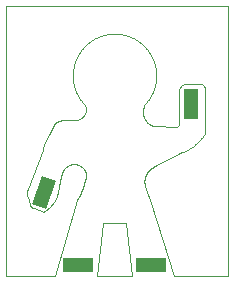
<source format=gtp>
G75*
%MOIN*%
%OFA0B0*%
%FSLAX25Y25*%
%IPPOS*%
%LPD*%
%AMOC8*
5,1,8,0,0,1.08239X$1,22.5*
%
%ADD10C,0.00000*%
%ADD11R,0.05000X0.10000*%
%ADD12R,0.10000X0.05000*%
D10*
X0026000Y0086000D02*
X0026000Y0176000D01*
X0100000Y0176000D01*
X0100000Y0086000D01*
X0082000Y0086000D01*
X0074400Y0110500D01*
X0072900Y0115000D01*
X0072901Y0115000D02*
X0072836Y0115130D01*
X0072774Y0115261D01*
X0072717Y0115394D01*
X0072662Y0115529D01*
X0072612Y0115664D01*
X0072565Y0115802D01*
X0072521Y0115940D01*
X0072482Y0116079D01*
X0072446Y0116220D01*
X0072413Y0116361D01*
X0072385Y0116503D01*
X0072360Y0116646D01*
X0072340Y0116790D01*
X0072323Y0116934D01*
X0072309Y0117078D01*
X0072300Y0117223D01*
X0072295Y0117368D01*
X0072293Y0117513D01*
X0072295Y0117658D01*
X0072301Y0117802D01*
X0072311Y0117947D01*
X0072325Y0118091D01*
X0072343Y0118235D01*
X0072364Y0118379D01*
X0072390Y0118522D01*
X0072419Y0118664D01*
X0072452Y0118805D01*
X0072488Y0118945D01*
X0072529Y0119084D01*
X0072573Y0119222D01*
X0072620Y0119359D01*
X0072672Y0119495D01*
X0072726Y0119629D01*
X0072785Y0119762D01*
X0072847Y0119893D01*
X0072912Y0120022D01*
X0072981Y0120150D01*
X0073053Y0120276D01*
X0073129Y0120399D01*
X0073208Y0120521D01*
X0073290Y0120641D01*
X0073375Y0120758D01*
X0073463Y0120873D01*
X0073555Y0120986D01*
X0073649Y0121096D01*
X0073746Y0121203D01*
X0073846Y0121308D01*
X0073949Y0121411D01*
X0074054Y0121510D01*
X0074162Y0121607D01*
X0074273Y0121701D01*
X0074386Y0121791D01*
X0074501Y0121879D01*
X0074619Y0121964D01*
X0074739Y0122045D01*
X0074861Y0122123D01*
X0074985Y0122198D01*
X0075111Y0122270D01*
X0075239Y0122338D01*
X0075239Y0122339D02*
X0084966Y0127339D01*
X0082776Y0135728D02*
X0075900Y0136000D01*
X0075767Y0136016D01*
X0075634Y0136037D01*
X0075502Y0136062D01*
X0075371Y0136090D01*
X0075241Y0136123D01*
X0075112Y0136159D01*
X0074984Y0136199D01*
X0074857Y0136243D01*
X0074731Y0136291D01*
X0074607Y0136342D01*
X0074485Y0136397D01*
X0074364Y0136455D01*
X0074245Y0136518D01*
X0074128Y0136583D01*
X0074013Y0136652D01*
X0073900Y0136725D01*
X0073789Y0136800D01*
X0073681Y0136879D01*
X0073575Y0136961D01*
X0073471Y0137047D01*
X0073370Y0137135D01*
X0073272Y0137226D01*
X0073176Y0137320D01*
X0073083Y0137417D01*
X0072993Y0137517D01*
X0072907Y0137619D01*
X0072823Y0137724D01*
X0072742Y0137831D01*
X0072665Y0137941D01*
X0072590Y0138053D01*
X0072519Y0138167D01*
X0072452Y0138283D01*
X0072388Y0138401D01*
X0072328Y0138520D01*
X0072271Y0138642D01*
X0072218Y0138765D01*
X0072168Y0138890D01*
X0072122Y0139016D01*
X0072080Y0139143D01*
X0072042Y0139272D01*
X0072007Y0139402D01*
X0071977Y0139532D01*
X0071950Y0139664D01*
X0071927Y0139796D01*
X0071908Y0139929D01*
X0071893Y0140062D01*
X0071882Y0140196D01*
X0071875Y0140330D01*
X0071872Y0140464D01*
X0071873Y0140598D01*
X0071878Y0140733D01*
X0071887Y0140866D01*
X0071900Y0141000D01*
X0072160Y0143055D01*
X0084966Y0127338D02*
X0085328Y0127490D01*
X0085685Y0127651D01*
X0086039Y0127821D01*
X0086388Y0128000D01*
X0086733Y0128187D01*
X0087073Y0128382D01*
X0087409Y0128585D01*
X0087739Y0128797D01*
X0088064Y0129017D01*
X0088384Y0129244D01*
X0088698Y0129480D01*
X0089006Y0129722D01*
X0089308Y0129973D01*
X0089603Y0130230D01*
X0089893Y0130495D01*
X0090176Y0130767D01*
X0090452Y0131046D01*
X0090721Y0131331D01*
X0090983Y0131623D01*
X0091238Y0131921D01*
X0091486Y0132225D01*
X0091726Y0132535D01*
X0091959Y0132851D01*
X0092183Y0133172D01*
X0092400Y0133499D01*
X0092400Y0133500D02*
X0092400Y0148800D01*
X0091567Y0150000D02*
X0085914Y0150000D01*
X0085826Y0149998D01*
X0085739Y0149992D01*
X0085652Y0149983D01*
X0085565Y0149969D01*
X0085479Y0149952D01*
X0085394Y0149931D01*
X0085310Y0149907D01*
X0085227Y0149878D01*
X0085145Y0149846D01*
X0085065Y0149811D01*
X0084987Y0149772D01*
X0084910Y0149730D01*
X0084835Y0149684D01*
X0084762Y0149635D01*
X0084692Y0149583D01*
X0084624Y0149528D01*
X0084558Y0149470D01*
X0084495Y0149409D01*
X0084434Y0149346D01*
X0084377Y0149280D01*
X0084322Y0149211D01*
X0084271Y0149140D01*
X0084222Y0149067D01*
X0084177Y0148992D01*
X0084135Y0148915D01*
X0084097Y0148836D01*
X0084062Y0148756D01*
X0084031Y0148674D01*
X0084003Y0148591D01*
X0083979Y0148506D01*
X0083959Y0148421D01*
X0083942Y0148335D01*
X0083929Y0148248D01*
X0083920Y0148161D01*
X0083915Y0148073D01*
X0083914Y0147986D01*
X0083971Y0139000D01*
X0083739Y0136379D01*
X0083707Y0136319D01*
X0083672Y0136262D01*
X0083633Y0136206D01*
X0083592Y0136153D01*
X0083547Y0136102D01*
X0083500Y0136054D01*
X0083450Y0136009D01*
X0083397Y0135966D01*
X0083343Y0135927D01*
X0083286Y0135891D01*
X0083227Y0135858D01*
X0083166Y0135828D01*
X0083104Y0135802D01*
X0083040Y0135780D01*
X0082975Y0135761D01*
X0082909Y0135746D01*
X0082843Y0135735D01*
X0082776Y0135728D01*
X0092400Y0148800D02*
X0092372Y0148889D01*
X0092340Y0148976D01*
X0092305Y0149062D01*
X0092267Y0149147D01*
X0092225Y0149230D01*
X0092180Y0149311D01*
X0092132Y0149390D01*
X0092080Y0149468D01*
X0092026Y0149543D01*
X0091968Y0149616D01*
X0091908Y0149686D01*
X0091845Y0149755D01*
X0091779Y0149820D01*
X0091711Y0149883D01*
X0091640Y0149943D01*
X0091566Y0150000D01*
X0072159Y0143056D02*
X0072397Y0143299D01*
X0072628Y0143548D01*
X0072853Y0143802D01*
X0073072Y0144062D01*
X0073285Y0144328D01*
X0073491Y0144598D01*
X0073690Y0144873D01*
X0073882Y0145153D01*
X0074068Y0145438D01*
X0074247Y0145727D01*
X0074418Y0146020D01*
X0074582Y0146318D01*
X0074739Y0146619D01*
X0074889Y0146924D01*
X0075031Y0147233D01*
X0075166Y0147545D01*
X0075292Y0147861D01*
X0075412Y0148179D01*
X0075523Y0148500D01*
X0075626Y0148824D01*
X0075722Y0149150D01*
X0075809Y0149478D01*
X0075889Y0149809D01*
X0075960Y0150141D01*
X0076023Y0150475D01*
X0076079Y0150810D01*
X0076125Y0151147D01*
X0076164Y0151484D01*
X0076194Y0151823D01*
X0076217Y0152162D01*
X0076230Y0152502D01*
X0076236Y0152841D01*
X0076233Y0153181D01*
X0076222Y0153521D01*
X0076203Y0153860D01*
X0076175Y0154199D01*
X0076139Y0154537D01*
X0076095Y0154874D01*
X0076043Y0155210D01*
X0075982Y0155544D01*
X0075914Y0155877D01*
X0075837Y0156208D01*
X0075752Y0156537D01*
X0075659Y0156864D01*
X0075558Y0157188D01*
X0075450Y0157510D01*
X0075333Y0157830D01*
X0075209Y0158146D01*
X0075077Y0158459D01*
X0074937Y0158769D01*
X0074790Y0159075D01*
X0074636Y0159378D01*
X0074474Y0159677D01*
X0074305Y0159972D01*
X0074128Y0160262D01*
X0073945Y0160548D01*
X0073755Y0160830D01*
X0073558Y0161107D01*
X0073354Y0161379D01*
X0073144Y0161646D01*
X0072927Y0161907D01*
X0072704Y0162164D01*
X0072474Y0162415D01*
X0072239Y0162660D01*
X0071998Y0162899D01*
X0071751Y0163132D01*
X0071498Y0163360D01*
X0071240Y0163581D01*
X0070976Y0163795D01*
X0070708Y0164004D01*
X0070434Y0164205D01*
X0070156Y0164400D01*
X0069872Y0164588D01*
X0069585Y0164769D01*
X0069293Y0164943D01*
X0068997Y0165109D01*
X0068697Y0165269D01*
X0068393Y0165421D01*
X0068085Y0165566D01*
X0067774Y0165703D01*
X0067460Y0165832D01*
X0067143Y0165954D01*
X0066822Y0166068D01*
X0066500Y0166174D01*
X0066174Y0166272D01*
X0065846Y0166362D01*
X0065517Y0166444D01*
X0065185Y0166518D01*
X0064852Y0166584D01*
X0064517Y0166642D01*
X0064181Y0166692D01*
X0063843Y0166733D01*
X0063505Y0166766D01*
X0063166Y0166791D01*
X0062827Y0166808D01*
X0062487Y0166816D01*
X0062147Y0166816D01*
X0061807Y0166808D01*
X0061468Y0166791D01*
X0061129Y0166766D01*
X0060791Y0166733D01*
X0060453Y0166692D01*
X0060117Y0166642D01*
X0059782Y0166584D01*
X0059449Y0166518D01*
X0059117Y0166444D01*
X0058788Y0166362D01*
X0058460Y0166272D01*
X0058134Y0166174D01*
X0057812Y0166068D01*
X0057491Y0165954D01*
X0057174Y0165832D01*
X0056860Y0165703D01*
X0056549Y0165566D01*
X0056241Y0165421D01*
X0055937Y0165269D01*
X0055637Y0165109D01*
X0055341Y0164943D01*
X0055049Y0164769D01*
X0054762Y0164588D01*
X0054478Y0164400D01*
X0054200Y0164205D01*
X0053926Y0164004D01*
X0053658Y0163795D01*
X0053394Y0163581D01*
X0053136Y0163360D01*
X0052883Y0163132D01*
X0052636Y0162899D01*
X0052395Y0162660D01*
X0052160Y0162415D01*
X0051930Y0162164D01*
X0051707Y0161907D01*
X0051490Y0161646D01*
X0051280Y0161379D01*
X0051076Y0161107D01*
X0050879Y0160830D01*
X0050689Y0160548D01*
X0050506Y0160262D01*
X0050329Y0159972D01*
X0050160Y0159677D01*
X0049998Y0159378D01*
X0049844Y0159075D01*
X0049697Y0158769D01*
X0049557Y0158459D01*
X0049425Y0158146D01*
X0049301Y0157830D01*
X0049184Y0157510D01*
X0049076Y0157188D01*
X0048975Y0156864D01*
X0048882Y0156537D01*
X0048797Y0156208D01*
X0048720Y0155877D01*
X0048652Y0155544D01*
X0048591Y0155210D01*
X0048539Y0154874D01*
X0048495Y0154537D01*
X0048459Y0154199D01*
X0048431Y0153860D01*
X0048412Y0153521D01*
X0048401Y0153181D01*
X0048398Y0152841D01*
X0048404Y0152502D01*
X0048417Y0152162D01*
X0048440Y0151823D01*
X0048470Y0151484D01*
X0048509Y0151147D01*
X0048555Y0150810D01*
X0048611Y0150475D01*
X0048674Y0150141D01*
X0048745Y0149809D01*
X0048825Y0149478D01*
X0048912Y0149150D01*
X0049008Y0148824D01*
X0049111Y0148500D01*
X0049222Y0148179D01*
X0049342Y0147861D01*
X0049468Y0147545D01*
X0049603Y0147233D01*
X0049745Y0146924D01*
X0049895Y0146619D01*
X0050052Y0146318D01*
X0050216Y0146020D01*
X0050387Y0145727D01*
X0050566Y0145438D01*
X0050752Y0145153D01*
X0050944Y0144873D01*
X0051143Y0144598D01*
X0051349Y0144328D01*
X0051562Y0144062D01*
X0051781Y0143802D01*
X0052006Y0143548D01*
X0052237Y0143299D01*
X0052475Y0143056D01*
X0052475Y0143055D02*
X0052900Y0142000D01*
X0052898Y0141874D01*
X0052892Y0141749D01*
X0052882Y0141624D01*
X0052868Y0141499D01*
X0052851Y0141374D01*
X0052829Y0141250D01*
X0052804Y0141127D01*
X0052774Y0141005D01*
X0052741Y0140884D01*
X0052704Y0140764D01*
X0052664Y0140645D01*
X0052619Y0140528D01*
X0052571Y0140411D01*
X0052519Y0140297D01*
X0052464Y0140184D01*
X0052405Y0140073D01*
X0052343Y0139964D01*
X0052277Y0139857D01*
X0052208Y0139752D01*
X0052136Y0139649D01*
X0052061Y0139548D01*
X0051982Y0139450D01*
X0051900Y0139355D01*
X0051816Y0139262D01*
X0051728Y0139172D01*
X0051638Y0139084D01*
X0051545Y0139000D01*
X0051450Y0138918D01*
X0051352Y0138839D01*
X0051251Y0138764D01*
X0051148Y0138692D01*
X0051043Y0138623D01*
X0050936Y0138557D01*
X0050827Y0138495D01*
X0050716Y0138436D01*
X0050603Y0138381D01*
X0050489Y0138329D01*
X0050372Y0138281D01*
X0050255Y0138236D01*
X0050136Y0138196D01*
X0050016Y0138159D01*
X0049895Y0138126D01*
X0049773Y0138096D01*
X0049650Y0138071D01*
X0049526Y0138049D01*
X0049401Y0138032D01*
X0049276Y0138018D01*
X0049151Y0138008D01*
X0049026Y0138002D01*
X0048900Y0138000D01*
X0046023Y0138000D01*
X0042001Y0136521D02*
X0040363Y0133075D01*
X0042001Y0136520D02*
X0042098Y0136620D01*
X0042198Y0136716D01*
X0042300Y0136809D01*
X0042406Y0136900D01*
X0042513Y0136987D01*
X0042623Y0137072D01*
X0042736Y0137153D01*
X0042851Y0137231D01*
X0042968Y0137305D01*
X0043087Y0137376D01*
X0043208Y0137444D01*
X0043331Y0137508D01*
X0043455Y0137569D01*
X0043582Y0137626D01*
X0043710Y0137680D01*
X0043839Y0137729D01*
X0043970Y0137775D01*
X0044102Y0137818D01*
X0044236Y0137856D01*
X0044370Y0137891D01*
X0044505Y0137922D01*
X0044641Y0137948D01*
X0044778Y0137971D01*
X0044915Y0137990D01*
X0045053Y0138005D01*
X0045192Y0138017D01*
X0045330Y0138024D01*
X0045469Y0138027D01*
X0045607Y0138026D01*
X0045746Y0138021D01*
X0045884Y0138012D01*
X0046023Y0138000D01*
X0038426Y0128242D02*
X0033400Y0114929D01*
X0038674Y0107522D02*
X0038879Y0107640D01*
X0039081Y0107762D01*
X0039280Y0107890D01*
X0039477Y0108022D01*
X0039669Y0108159D01*
X0039859Y0108300D01*
X0040045Y0108446D01*
X0040227Y0108597D01*
X0040406Y0108751D01*
X0040581Y0108910D01*
X0040752Y0109074D01*
X0040919Y0109241D01*
X0041082Y0109412D01*
X0041241Y0109587D01*
X0041396Y0109766D01*
X0041546Y0109949D01*
X0041692Y0110135D01*
X0041833Y0110325D01*
X0041970Y0110517D01*
X0042102Y0110714D01*
X0042229Y0110913D01*
X0042352Y0111115D01*
X0042469Y0111320D01*
X0042582Y0111528D01*
X0042689Y0111739D01*
X0042792Y0111952D01*
X0042889Y0112168D01*
X0042981Y0112386D01*
X0043068Y0112605D01*
X0043149Y0112827D01*
X0043225Y0113051D01*
X0043296Y0113277D01*
X0043361Y0113504D01*
X0043421Y0113733D01*
X0043475Y0113963D01*
X0043524Y0114195D01*
X0043567Y0114427D01*
X0043604Y0114661D01*
X0043636Y0114895D01*
X0043662Y0115130D01*
X0043683Y0115366D01*
X0043697Y0115602D01*
X0043707Y0115838D01*
X0043706Y0115838D02*
X0044200Y0117800D01*
X0044800Y0120300D01*
X0044835Y0120423D01*
X0044875Y0120545D01*
X0044918Y0120666D01*
X0044965Y0120785D01*
X0045016Y0120903D01*
X0045070Y0121019D01*
X0045128Y0121134D01*
X0045189Y0121247D01*
X0045254Y0121357D01*
X0045322Y0121466D01*
X0045394Y0121573D01*
X0045468Y0121677D01*
X0045546Y0121779D01*
X0045627Y0121878D01*
X0045711Y0121975D01*
X0045798Y0122070D01*
X0045888Y0122161D01*
X0045981Y0122250D01*
X0046076Y0122336D01*
X0046174Y0122419D01*
X0046274Y0122499D01*
X0046377Y0122576D01*
X0046482Y0122649D01*
X0046590Y0122719D01*
X0046699Y0122786D01*
X0046811Y0122850D01*
X0046924Y0122910D01*
X0047039Y0122966D01*
X0047156Y0123019D01*
X0047275Y0123068D01*
X0047394Y0123114D01*
X0047516Y0123156D01*
X0047638Y0123194D01*
X0047762Y0123229D01*
X0047886Y0123259D01*
X0048012Y0123286D01*
X0048138Y0123309D01*
X0048265Y0123328D01*
X0048392Y0123343D01*
X0048520Y0123354D01*
X0048648Y0123361D01*
X0048777Y0123364D01*
X0048905Y0123363D01*
X0049033Y0123358D01*
X0049161Y0123350D01*
X0049289Y0123337D01*
X0049416Y0123320D01*
X0049543Y0123300D01*
X0049669Y0123276D01*
X0049794Y0123247D01*
X0049918Y0123215D01*
X0050041Y0123179D01*
X0050163Y0123140D01*
X0050284Y0123096D01*
X0050403Y0123049D01*
X0050521Y0122998D01*
X0050637Y0122944D01*
X0050752Y0122886D01*
X0050864Y0122825D01*
X0050975Y0122760D01*
X0051084Y0122691D01*
X0051190Y0122620D01*
X0051294Y0122545D01*
X0051396Y0122467D01*
X0051496Y0122386D01*
X0051593Y0122302D01*
X0051687Y0122215D01*
X0051778Y0122125D01*
X0051867Y0122032D01*
X0051953Y0121937D01*
X0052036Y0121839D01*
X0052115Y0121738D01*
X0052192Y0121635D01*
X0052265Y0121530D01*
X0052336Y0121423D01*
X0052402Y0121313D01*
X0052466Y0121202D01*
X0052526Y0121088D01*
X0052582Y0120973D01*
X0052635Y0120856D01*
X0052684Y0120737D01*
X0052730Y0120617D01*
X0052771Y0120496D01*
X0052809Y0120374D01*
X0052844Y0120250D01*
X0052874Y0120125D01*
X0052901Y0120000D01*
X0038426Y0128242D02*
X0038499Y0128583D01*
X0038581Y0128922D01*
X0038671Y0129260D01*
X0038769Y0129595D01*
X0038875Y0129927D01*
X0038989Y0130257D01*
X0039111Y0130584D01*
X0039241Y0130908D01*
X0039378Y0131229D01*
X0039524Y0131546D01*
X0039677Y0131860D01*
X0039837Y0132170D01*
X0040005Y0132476D01*
X0040180Y0132778D01*
X0040363Y0133075D01*
X0052900Y0120000D02*
X0052798Y0119404D01*
X0052682Y0118811D01*
X0052551Y0118221D01*
X0052406Y0117635D01*
X0052247Y0117052D01*
X0052074Y0116473D01*
X0051887Y0115898D01*
X0051686Y0115328D01*
X0051471Y0114764D01*
X0051242Y0114204D01*
X0051000Y0113651D01*
X0050745Y0113103D01*
X0050476Y0112562D01*
X0050195Y0112027D01*
X0049900Y0111500D01*
X0042500Y0086000D01*
X0026000Y0086000D01*
X0035359Y0108622D02*
X0038674Y0107522D01*
X0035359Y0108622D02*
X0035280Y0108647D01*
X0035202Y0108675D01*
X0035125Y0108707D01*
X0035050Y0108743D01*
X0034977Y0108782D01*
X0034905Y0108824D01*
X0034836Y0108870D01*
X0034768Y0108919D01*
X0034704Y0108971D01*
X0034641Y0109025D01*
X0034581Y0109083D01*
X0034524Y0109143D01*
X0034470Y0109206D01*
X0034418Y0109271D01*
X0034370Y0109339D01*
X0034325Y0109409D01*
X0034283Y0109480D01*
X0034244Y0109554D01*
X0034209Y0109629D01*
X0034178Y0109706D01*
X0034150Y0109784D01*
X0034125Y0109864D01*
X0034105Y0109944D01*
X0034088Y0110026D01*
X0033400Y0112280D01*
X0033400Y0112279D02*
X0033358Y0112390D01*
X0033320Y0112501D01*
X0033286Y0112614D01*
X0033255Y0112728D01*
X0033229Y0112843D01*
X0033205Y0112959D01*
X0033186Y0113075D01*
X0033171Y0113192D01*
X0033159Y0113309D01*
X0033151Y0113427D01*
X0033147Y0113545D01*
X0033147Y0113663D01*
X0033151Y0113781D01*
X0033159Y0113899D01*
X0033171Y0114016D01*
X0033186Y0114133D01*
X0033205Y0114249D01*
X0033229Y0114365D01*
X0033255Y0114480D01*
X0033286Y0114594D01*
X0033320Y0114707D01*
X0033358Y0114818D01*
X0033400Y0114929D01*
X0058380Y0103622D02*
X0056500Y0086000D01*
X0068000Y0086000D01*
X0066254Y0103622D01*
X0058380Y0103622D01*
D11*
G36*
X0038261Y0119553D02*
X0042959Y0117843D01*
X0039539Y0108447D01*
X0034841Y0110157D01*
X0038261Y0119553D01*
G37*
X0087900Y0143500D03*
D12*
X0074500Y0089600D03*
X0050300Y0089700D03*
M02*

</source>
